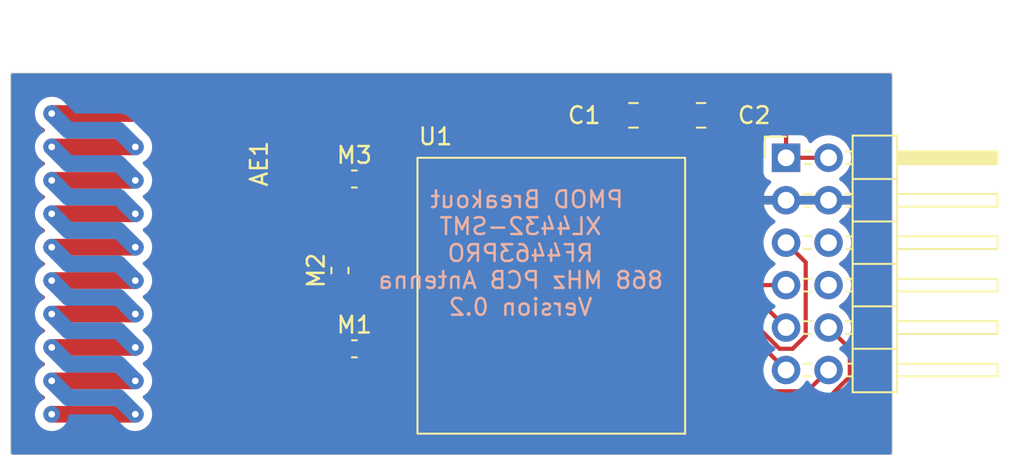
<source format=kicad_pcb>
(kicad_pcb (version 20221018) (generator pcbnew)
  (layers (0 "F.Cu" signal) (31 "B.Cu" signal) (34 "B.Paste" user) (35 "F.Paste" user) (36 "B.SilkS" user "B.Silkscreen") (37 "F.SilkS" user "F.Silkscreen") (38 "B.Mask" user) (39 "F.Mask" user) (44 "Edge.Cuts" user))
  (net 0 "")
  (net 1 "GND")
  (net 2 "nRESET")
  (net 3 "nCS")
  (net 4 "SCK")
  (net 5 "MOSI")
  (net 6 "MISO")
  (net 7 "VCC")
  (net 8 "Net-(AE1-A)")
  (net 11 "Net-(U1-ANT)")
  (net 13 "IRQ")
  (footprint "Connector_PinHeader_2.54mm:PinHeader_2x06_P2.54mm_Horizontal" (layer "F.Cu") (at 149.86 43.18)
    (fp_text reference "J1" hide)
    (fp_text value "Conn_02x06_Odd_Even")
    (fp_line (start -1.27 -1.27) (end 0 -1.27) (stroke (width 0.12)) (layer "F.SilkS"))
    (fp_line (start -1.27 0) (end -1.27 -1.27) (stroke (width 0.12)) (layer "F.SilkS"))
    (fp_line (start 1.042929 2.16) (end 1.497071 2.16) (stroke (width 0.12)) (layer "F.SilkS"))
    (fp_line (start 1.042929 2.92) (end 1.497071 2.92) (stroke (width 0.12)) (layer "F.SilkS"))
    (fp_line (start 1.042929 4.7) (end 1.497071 4.7) (stroke (width 0.12)) (layer "F.SilkS"))
    (fp_line (start 1.042929 5.46) (end 1.497071 5.46) (stroke (width 0.12)) (layer "F.SilkS"))
    (fp_line (start 1.042929 7.24) (end 1.497071 7.24) (stroke (width 0.12)) (layer "F.SilkS"))
    (fp_line (start 1.042929 8) (end 1.497071 8) (stroke (width 0.12)) (layer "F.SilkS"))
    (fp_line (start 1.042929 9.78) (end 1.497071 9.78) (stroke (width 0.12)) (layer "F.SilkS"))
    (fp_line (start 1.042929 10.54) (end 1.497071 10.54) (stroke (width 0.12)) (layer "F.SilkS"))
    (fp_line (start 1.042929 12.32) (end 1.497071 12.32) (stroke (width 0.12)) (layer "F.SilkS"))
    (fp_line (start 1.042929 13.08) (end 1.497071 13.08) (stroke (width 0.12)) (layer "F.SilkS"))
    (fp_line (start 1.11 -0.38) (end 1.497071 -0.38) (stroke (width 0.12)) (layer "F.SilkS"))
    (fp_line (start 1.11 0.38) (end 1.497071 0.38) (stroke (width 0.12)) (layer "F.SilkS"))
    (fp_line (start 3.582929 -0.38) (end 3.98 -0.38) (stroke (width 0.12)) (layer "F.SilkS"))
    (fp_line (start 3.582929 0.38) (end 3.98 0.38) (stroke (width 0.12)) (layer "F.SilkS"))
    (fp_line (start 3.582929 2.16) (end 3.98 2.16) (stroke (width 0.12)) (layer "F.SilkS"))
    (fp_line (start 3.582929 2.92) (end 3.98 2.92) (stroke (width 0.12)) (layer "F.SilkS"))
    (fp_line (start 3.582929 4.7) (end 3.98 4.7) (stroke (width 0.12)) (layer "F.SilkS"))
    (fp_line (start 3.582929 5.46) (end 3.98 5.46) (stroke (width 0.12)) (layer "F.SilkS"))
    (fp_line (start 3.582929 7.24) (end 3.98 7.24) (stroke (width 0.12)) (layer "F.SilkS"))
    (fp_line (start 3.582929 8) (end 3.98 8) (stroke (width 0.12)) (layer "F.SilkS"))
    (fp_line (start 3.582929 9.78) (end 3.98 9.78) (stroke (width 0.12)) (layer "F.SilkS"))
    (fp_line (start 3.582929 10.54) (end 3.98 10.54) (stroke (width 0.12)) (layer "F.SilkS"))
    (fp_line (start 3.582929 12.32) (end 3.98 12.32) (stroke (width 0.12)) (layer "F.SilkS"))
    (fp_line (start 3.582929 13.08) (end 3.98 13.08) (stroke (width 0.12)) (layer "F.SilkS"))
    (fp_line (start 3.98 -1.33) (end 3.98 14.03) (stroke (width 0.12)) (layer "F.SilkS"))
    (fp_line (start 3.98 1.27) (end 6.64 1.27) (stroke (width 0.12)) (layer "F.SilkS"))
    (fp_line (start 3.98 3.81) (end 6.64 3.81) (stroke (width 0.12)) (layer "F.SilkS"))
    (fp_line (start 3.98 6.35) (end 6.64 6.35) (stroke (width 0.12)) (layer "F.SilkS"))
    (fp_line (start 3.98 8.89) (end 6.64 8.89) (stroke (width 0.12)) (layer "F.SilkS"))
    (fp_line (start 3.98 11.43) (end 6.64 11.43) (stroke (width 0.12)) (layer "F.SilkS"))
    (fp_line (start 3.98 14.03) (end 6.64 14.03) (stroke (width 0.12)) (layer "F.SilkS"))
    (fp_line (start 6.64 -1.33) (end 3.98 -1.33) (stroke (width 0.12)) (layer "F.SilkS"))
    (fp_line (start 6.64 -0.38) (end 12.64 -0.38) (stroke (width 0.12)) (layer "F.SilkS"))
    (fp_line (start 6.64 -0.32) (end 12.64 -0.32) (stroke (width 0.12)) (layer "F.SilkS"))
    (fp_line (start 6.64 -0.2) (end 12.64 -0.2) (stroke (width 0.12)) (layer "F.SilkS"))
    (fp_line (start 6.64 -0.08) (end 12.64 -0.08) (stroke (width 0.12)) (layer "F.SilkS"))
    (fp_line (start 6.64 0.04) (end 12.64 0.04) (stroke (width 0.12)) (layer "F.SilkS"))
    (fp_line (start 6.64 0.16) (end 12.64 0.16) (stroke (width 0.12)) (layer "F.SilkS"))
    (fp_line (start 6.64 0.28) (end 12.64 0.28) (stroke (width 0.12)) (layer "F.SilkS"))
    (fp_line (start 6.64 2.16) (end 12.64 2.16) (stroke (width 0.12)) (layer "F.SilkS"))
    (fp_line (start 6.64 4.7) (end 12.64 4.7) (stroke (width 0.12)) (layer "F.SilkS"))
    (fp_line (start 6.64 7.24) (end 12.64 7.24) (stroke (width 0.12)) (layer "F.SilkS"))
    (fp_line (start 6.64 9.78) (end 12.64 9.78) (stroke (width 0.12)) (layer "F.SilkS"))
    (fp_line (start 6.64 12.32) (end 12.64 12.32) (stroke (width 0.12)) (layer "F.SilkS"))
    (fp_line (start 6.64 14.03) (end 6.64 -1.33) (stroke (width 0.12)) (layer "F.SilkS"))
    (fp_line (start 12.64 -0.38) (end 12.64 0.38) (stroke (width 0.12)) (layer "F.SilkS"))
    (fp_line (start 12.64 0.38) (end 6.64 0.38) (stroke (width 0.12)) (layer "F.SilkS"))
    (fp_line (start 12.64 2.16) (end 12.64 2.92) (stroke (width 0.12)) (layer "F.SilkS"))
    (fp_line (start 12.64 2.92) (end 6.64 2.92) (stroke (width 0.12)) (layer "F.SilkS"))
    (fp_line (start 12.64 4.7) (end 12.64 5.46) (stroke (width 0.12)) (layer "F.SilkS"))
    (fp_line (start 12.64 5.46) (end 6.64 5.46) (stroke (width 0.12)) (layer "F.SilkS"))
    (fp_line (start 12.64 7.24) (end 12.64 8) (stroke (width 0.12)) (layer "F.SilkS"))
    (fp_line (start 12.64 8) (end 6.64 8) (stroke (width 0.12)) (layer "F.SilkS"))
    (fp_line (start 12.64 9.78) (end 12.64 10.54) (stroke (width 0.12)) (layer "F.SilkS"))
    (fp_line (start 12.64 10.54) (end 6.64 10.54) (stroke (width 0.12)) (layer "F.SilkS"))
    (fp_line (start 12.64 12.32) (end 12.64 13.08) (stroke (width 0.12)) (layer "F.SilkS"))
    (fp_line (start 12.64 13.08) (end 6.64 13.08) (stroke (width 0.12)) (layer "F.SilkS"))
    (pad "1" thru_hole rect (at 0 0) (size 1.7 1.7) (drill 1) (layers "*.Cu" "*.Mask") (net 7 "VCC"))
    (pad "2" thru_hole oval (at 2.54 0) (size 1.7 1.7) (drill 1) (layers "*.Cu" "*.Mask") (net 7 "VCC"))
    (pad "3" thru_hole oval (at 0 2.54) (size 1.7 1.7) (drill 1) (layers "*.Cu" "*.Mask") (net 1 "GND"))
    (pad "4" thru_hole oval (at 2.54 2.54) (size 1.7 1.7) (drill 1) (layers "*.Cu" "*.Mask") (net 1 "GND"))
    (pad "5" thru_hole oval (at 0 5.08) (size 1.7 1.7) (drill 1) (layers "*.Cu" "*.Mask") (net 4 "SCK"))
    (pad "6" thru_hole oval (at 2.54 5.08) (size 1.7 1.7) (drill 1) (layers "*.Cu" "*.Mask"))
    (pad "7" thru_hole oval (at 0 7.62) (size 1.7 1.7) (drill 1) (layers "*.Cu" "*.Mask") (net 6 "MISO"))
    (pad "8" thru_hole oval (at 2.54 7.62) (size 1.7 1.7) (drill 1) (layers "*.Cu" "*.Mask"))
    (pad "9" thru_hole oval (at 0 10.16) (size 1.7 1.7) (drill 1) (layers "*.Cu" "*.Mask") (net 5 "MOSI"))
    (pad "10" thru_hole oval (at 2.54 10.16) (size 1.7 1.7) (drill 1) (layers "*.Cu" "*.Mask") (net 2 "nRESET"))
    (pad "11" thru_hole oval (at 0 12.7) (size 1.7 1.7) (drill 1) (layers "*.Cu" "*.Mask") (net 3 "nCS"))
    (pad "12" thru_hole oval (at 2.54 12.7) (size 1.7 1.7) (drill 1) (layers "*.Cu" "*.Mask") (net 13 "IRQ"))
  )
  (footprint "AvS_Modules:AS4432-SMD" (layer "F.Cu") (at 135.89 52.07 180)
    (fp_text reference "U1" (at 6.985 10.16 unlocked) (layer "F.SilkS"))
    (fp_text value "AS4432-SMD")
    (fp_rect (start -7.9365 -7.62) (end 8.0635 8.89) (stroke (width 0.12)) (fill none) (layer "F.SilkS"))
    (pad "1" smd roundrect (at -7.9365 7.62 180) (size 2 1) (layers "F.Cu" "F.Paste" "F.Mask") (net 1 "GND"))
    (pad "2" smd roundrect (at -7.9365 6.35 180) (size 2 1) (layers "F.Cu" "F.Paste" "F.Mask"))
    (pad "3" smd roundrect (at -7.9365 5.08 180) (size 2 1) (layers "F.Cu" "F.Paste" "F.Mask"))
    (pad "4" smd roundrect (at -7.9365 3.81 180) (size 2 1) (layers "F.Cu" "F.Paste" "F.Mask"))
    (pad "5" smd roundrect (at -7.9365 2.54 180) (size 2 1) (layers "F.Cu" "F.Paste" "F.Mask") (net 7 "VCC"))
    (pad "6" smd roundrect (at -7.9365 1.27 180) (size 2 1) (layers "F.Cu" "F.Paste" "F.Mask") (net 6 "MISO"))
    (pad "7" smd roundrect (at -7.9365 0 180) (size 2 1) (layers "F.Cu" "F.Paste" "F.Mask") (net 5 "MOSI"))
    (pad "8" smd roundrect (at -7.9365 -1.27 180) (size 2 1) (layers "F.Cu" "F.Paste" "F.Mask") (net 4 "SCK"))
    (pad "9" smd roundrect (at -7.9365 -2.54 180) (size 2 1) (layers "F.Cu" "F.Paste" "F.Mask") (net 3 "nCS"))
    (pad "10" smd roundrect (at -7.9365 -3.81 180) (size 2 1) (layers "F.Cu" "F.Paste" "F.Mask") (net 13 "IRQ"))
    (pad "11" smd roundrect (at -7.9365 -5.08 180) (size 2 1) (layers "F.Cu" "F.Paste" "F.Mask") (net 2 "nRESET"))
    (pad "12" smd roundrect (at -7.9365 -6.35 180) (size 2 1) (layers "F.Cu" "F.Paste" "F.Mask") (net 1 "GND"))
    (pad "13" smd roundrect (at 8.0635 -6.35 180) (size 2 1) (layers "F.Cu" "F.Paste" "F.Mask") (net 11 "Net-(U1-ANT)"))
    (pad "14" smd roundrect (at 8.0635 -5.08 180) (size 2 1) (layers "F.Cu" "F.Paste" "F.Mask") (net 1 "GND"))
  )
  (footprint "Capacitor_SMD:C_0603_1608Metric_Pad1.08x0.95mm_HandSolder" (layer "F.Cu") (at 124.0525 54.61)
    (fp_text reference "M1" (at 0 -1.43) (layer "F.SilkS"))
    (fp_text value "C_Small")
    (fp_line (start -0.146267 -0.51) (end 0.146267 -0.51) (stroke (width 0.12)) (layer "F.SilkS"))
    (fp_line (start -0.146267 0.51) (end 0.146267 0.51) (stroke (width 0.12)) (layer "F.SilkS"))
    (pad "1" smd roundrect (at -0.8625 0) (size 1.075 0.95) (layers "F.Cu" "F.Paste" "F.Mask") (net 11 "Net-(U1-ANT)"))
    (pad "2" smd roundrect (at 0.8625 0) (size 1.075 0.95) (layers "F.Cu" "F.Paste" "F.Mask") (net 1 "GND"))
  )
  (footprint "Capacitor_SMD:C_0805_2012Metric_Pad1.18x1.45mm_HandSolder" (layer "F.Cu") (at 140.7375 40.64 180)
    (fp_text reference "C1" (at 2.9425 0) (layer "F.SilkS"))
    (fp_text value "C_Small")
    (fp_line (start -0.261252 -0.735) (end 0.261252 -0.735) (stroke (width 0.12)) (layer "F.SilkS"))
    (fp_line (start -0.261252 0.735) (end 0.261252 0.735) (stroke (width 0.12)) (layer "F.SilkS"))
    (pad "1" smd roundrect (at -1.0375 0 180) (size 1.175 1.45) (layers "F.Cu" "F.Paste" "F.Mask") (roundrect_rratio 0.2127659574) (net 7 "VCC"))
    (pad "2" smd roundrect (at 1.0375 0 180) (size 1.175 1.45) (layers "F.Cu" "F.Paste" "F.Mask") (roundrect_rratio 0.2127659574) (net 1 "GND"))
  )
  (footprint "Inductor_SMD:L_0603_1608Metric_Pad1.05x0.95mm_HandSolder" (layer "F.Cu") (at 123.19 49.925 90)
    (fp_text reference "M2" (at 0 -1.43 90) (layer "F.SilkS"))
    (fp_text value "L_Small")
    (fp_line (start -0.171267 -0.51) (end 0.171267 -0.51) (stroke (width 0.12)) (layer "F.SilkS"))
    (fp_line (start -0.171267 0.51) (end 0.171267 0.51) (stroke (width 0.12)) (layer "F.SilkS"))
    (pad "1" smd roundrect (at -0.875 0 90) (size 1.05 0.95) (layers "F.Cu" "F.Paste" "F.Mask") (net 11 "Net-(U1-ANT)"))
    (pad "2" smd roundrect (at 0.875 0 90) (size 1.05 0.95) (layers "F.Cu" "F.Paste" "F.Mask") (net 8 "Net-(AE1-A)"))
  )
  (footprint "Capacitor_SMD:C_0603_1608Metric_Pad1.08x0.95mm_HandSolder" (layer "F.Cu") (at 124.0525 44.45)
    (fp_text reference "M3" (at 0 -1.43) (layer "F.SilkS"))
    (fp_text value "C_Small")
    (fp_line (start -0.146267 -0.51) (end 0.146267 -0.51) (stroke (width 0.12)) (layer "F.SilkS"))
    (fp_line (start -0.146267 0.51) (end 0.146267 0.51) (stroke (width 0.12)) (layer "F.SilkS"))
    (pad "1" smd roundrect (at -0.8625 0) (size 1.075 0.95) (layers "F.Cu" "F.Paste" "F.Mask") (net 8 "Net-(AE1-A)"))
    (pad "2" smd roundrect (at 0.8625 0) (size 1.075 0.95) (layers "F.Cu" "F.Paste" "F.Mask") (net 1 "GND"))
  )
  (footprint "AvS_Antenna:Texas_SWRA416_868MHz_915MHz_Right" (layer "F.Cu") (at 111.76 49.53 90)
    (fp_text reference "AE1" (at 6 6.6 90) (layer "F.SilkS"))
    (fp_text value "Antenna")
    (fp_line (start -9 -5.8) (end -9 -0.8) (stroke (width 1)) (layer "F.Cu"))
    (fp_line (start -7 -5.8) (end -7 -0.8) (stroke (width 1)) (layer "F.Cu"))
    (fp_line (start -5 -5.8) (end -5 -0.8) (stroke (width 1)) (layer "F.Cu"))
    (fp_line (start -3 -5.8) (end -3 -0.8) (stroke (width 1)) (layer "F.Cu"))
    (fp_line (start -1 -5.8) (end -1 -0.8) (stroke (width 1)) (layer "F.Cu"))
    (fp_line (start 1 -5.8) (end 1 -0.8) (stroke (width 1)) (layer "F.Cu"))
    (fp_line (start 3 -5.8) (end 3 -0.8) (stroke (width 1)) (layer "F.Cu"))
    (fp_line (start 5 -5.8) (end 5 -0.8) (stroke (width 1)) (layer "F.Cu"))
    (fp_line (start 7 -5.8) (end 7 -0.8) (stroke (width 1)) (layer "F.Cu"))
    (fp_line (start 9 5.2) (end 9 -5.8) (stroke (width 1)) (layer "F.Cu"))
    (fp_line (start -8 -4.8) (end -8 -1.8) (stroke (width 1)) (layer "B.Cu"))
    (fp_line (start -8 -1.8) (end -9 -0.8) (stroke (width 1)) (layer "B.Cu"))
    (fp_line (start -7 -5.8) (end -8 -4.8) (stroke (width 1)) (layer "B.Cu"))
    (fp_line (start -6 -4.8) (end -6 -1.8) (stroke (width 1)) (layer "B.Cu"))
    (fp_line (start -6 -1.8) (end -7 -0.8) (stroke (width 1)) (layer "B.Cu"))
    (fp_line (start -5 -5.8) (end -6 -4.8) (stroke (width 1)) (layer "B.Cu"))
    (fp_line (start -4 -4.8) (end -4 -1.8) (stroke (width 1)) (layer "B.Cu"))
    (fp_line (start -4 -1.8) (end -5 -0.8) (stroke (width 1)) (layer "B.Cu"))
    (fp_line (start -3 -5.8) (end -4 -4.8) (stroke (width 1)) (layer "B.Cu"))
    (fp_line (start -2 -4.8) (end -2 -1.8) (stroke (width 1)) (layer "B.Cu"))
    (fp_line (start -2 -1.8) (end -3 -0.8) (stroke (width 1)) (layer "B.Cu"))
    (fp_line (start -1 -5.8) (end -2 -4.8) (stroke (width 1)) (layer "B.Cu"))
    (fp_line (start 0 -4.8) (end 0 -1.8) (stroke (width 1)) (layer "B.Cu"))
    (fp_line (start 0 -1.8) (end -1 -0.8) (stroke (width 1)) (layer "B.Cu"))
    (fp_line (start 1 -5.8) (end 0 -4.8) (stroke (width 1)) (layer "B.Cu"))
    (fp_line (start 2 -4.8) (end 2 -1.8) (stroke (width 1)) (layer "B.Cu"))
    (fp_line (start 2 -1.8) (end 1 -0.8) (stroke (width 1)) (layer "B.Cu"))
    (fp_line (start 3 -5.8) (end 2 -4.8) (stroke (width 1)) (layer "B.Cu"))
    (fp_line (start 4 -4.8) (end 4 -1.8) (stroke (width 1)) (layer "B.Cu"))
    (fp_line (start 4 -1.8) (end 3 -0.8) (stroke (width 1)) (layer "B.Cu"))
    (fp_line (start 5 -5.8) (end 4 -4.8) (stroke (width 1)) (layer "B.Cu"))
    (fp_line (start 6 -4.8) (end 6 -1.8) (stroke (width 1)) (layer "B.Cu"))
    (fp_line (start 6 -1.8) (end 5 -0.8) (stroke (width 1)) (layer "B.Cu"))
    (fp_line (start 7 -5.8) (end 6 -4.8) (stroke (width 1)) (layer "B.Cu"))
    (fp_line (start 8 -4.8) (end 8 -1.8) (stroke (width 1)) (layer "B.Cu"))
    (fp_line (start 8 -1.8) (end 7 -0.8) (stroke (width 1)) (layer "B.Cu"))
    (fp_line (start 9 -5.8) (end 8 -4.8) (stroke (width 1)) (layer "B.Cu"))
    (pad "" thru_hole circle (at -9 -5.8 270) (size 1 1) (drill 0.4) (layers "*.Cu"))
    (pad "" thru_hole circle (at -9 -0.8 270) (size 1 1) (drill 0.4) (layers "*.Cu"))
    (pad "" thru_hole circle (at -7 -5.8 270) (size 1 1) (drill 0.4) (layers "*.Cu"))
    (pad "" thru_hole circle (at -7 -0.8 270) (size 1 1) (drill 0.4) (layers "*.Cu"))
    (pad "" thru_hole circle (at -5 -5.8 270) (size 1 1) (drill 0.4) (layers "*.Cu"))
    (pad "" thru_hole circle (at -5 -0.8 270) (size 1 1) (drill 0.4) (layers "*.Cu"))
    (pad "" thru_hole circle (at -3 -5.8 270) (size 1 1) (drill 0.4) (layers "*.Cu"))
    (pad "" thru_hole circle (at -3 -0.8 270) (size 1 1) (drill 0.4) (layers "*.Cu"))
    (pad "" thru_hole circle (at -1 -5.8 270) (size 1 1) (drill 0.4) (layers "*.Cu"))
    (pad "" thru_hole circle (at -1 -0.8 270) (size 1 1) (drill 0.4) (layers "*.Cu"))
    (pad "" thru_hole circle (at 1 -5.8 270) (size 1 1) (drill 0.4) (layers "*.Cu"))
    (pad "" thru_hole circle (at 1 -0.8 270) (size 1 1) (drill 0.4) (layers "*.Cu"))
    (pad "" thru_hole circle (at 3 -5.8 270) (size 1 1) (drill 0.4) (layers "*.Cu"))
    (pad "" thru_hole circle (at 3 -0.8 270) (size 1 1) (drill 0.4) (layers "*.Cu"))
    (pad "" thru_hole circle (at 5 -5.8 270) (size 1 1) (drill 0.4) (layers "*.Cu"))
    (pad "" thru_hole circle (at 5 -0.8 270) (size 1 1) (drill 0.4) (layers "*.Cu"))
    (pad "" thru_hole circle (at 7 -5.8 270) (size 1 1) (drill 0.4) (layers "*.Cu"))
    (pad "" thru_hole circle (at 7 -0.8 270) (size 1 1) (drill 0.4) (layers "*.Cu"))
    (pad "" thru_hole circle (at 9 -5.8 270) (size 1 1) (drill 0.4) (layers "*.Cu"))
    (pad "1" smd trapezoid (at 9 5.9 270) (size 0.4 0.8) (rect_delta 0 0.3) (layers "F.Cu") (net 8 "Net-(AE1-A)"))
    (zone (net 0) (net_name "") (layer "F.Cu") (connect_pads (clearance 0)) (min_thickness 0.254)
      (keepout (tracks allowed) (vias allowed) (pads allowed) (copperpour not_allowed) (footprints not_allowed))
      (fill (thermal_gap 0.508) (thermal_bridge_width 0.508))
      (polygon (pts (xy 106.06 59.23) (xy 106.06 39.83) (xy 118.26 39.83) (xy 118.26 59.23)))
    )
  )
  (footprint "Capacitor_SMD:C_0805_2012Metric_Pad1.18x1.45mm_HandSolder" (layer "F.Cu") (at 144.78 40.64)
    (fp_text reference "C2" (at 3.175 0) (layer "F.SilkS"))
    (fp_text value "C_Small")
    (fp_line (start -0.261252 -0.735) (end 0.261252 -0.735) (stroke (width 0.12)) (layer "F.SilkS"))
    (fp_line (start -0.261252 0.735) (end 0.261252 0.735) (stroke (width 0.12)) (layer "F.SilkS"))
    (pad "1" smd roundrect (at -1.0375 0) (size 1.175 1.45) (layers "F.Cu" "F.Paste" "F.Mask") (roundrect_rratio 0.2127659574) (net 7 "VCC"))
    (pad "2" smd roundrect (at 1.0375 0) (size 1.175 1.45) (layers "F.Cu" "F.Paste" "F.Mask") (roundrect_rratio 0.2127659574) (net 1 "GND"))
  )
  (gr_rect (start 103.505 38.1) (end 156.21 60.96) (stroke (width 0.05)) (fill none) (layer "Edge.Cuts"))
  (gr_text "PMOD Breakout \nXL4432-SMT\nRF4463PRO\n868 MHz PCB Antenna\nVersion 0.2" (at 133.985 48.895) (layer "B.SilkS") (effects (font (size 1 1)) (justify mirror)))
  (segment (start 143.8265 57.15) (end 147.953604 57.15) (width 0.25) (layer "F.Cu") (net 2))
  (segment (start 152.341701 57.6) (end 153.23085 56.71085) (width 0.25) (layer "F.Cu") (net 2))
  (segment (start 152.791701 57.15) (end 153.67 56.271701) (width 0.25) (layer "F.Cu") (net 2))
  (segment (start 153.67 54.61) (end 152.4 53.34) (width 0.25) (layer "F.Cu") (net 2))
  (segment (start 153.67 56.271701) (end 153.67 54.61) (width 0.25) (layer "F.Cu") (net 2))
  (segment (start 147.953604 57.15) (end 148.403604 57.6) (width 0.25) (layer "F.Cu") (net 2))
  (segment (start 148.403604 57.6) (end 152.341701 57.6) (width 0.25) (layer "F.Cu") (net 2))
  (segment (start 148.59 54.61) (end 143.8265 54.61) (width 0.25) (layer "F.Cu") (net 3))
  (segment (start 149.86 55.88) (end 148.59 54.61) (width 0.25) (layer "F.Cu") (net 3))
  (segment (start 149.468299 54.61) (end 150.251701 54.61) (width 0.25) (layer "F.Cu") (net 4))
  (segment (start 150.251701 54.61) (end 151.035 53.826701) (width 0.25) (layer "F.Cu") (net 4))
  (segment (start 151.035 53.826701) (end 151.035 49.435) (width 0.25) (layer "F.Cu") (net 4))
  (segment (start 143.8265 53.34) (end 148.198299 53.34) (width 0.25) (layer "F.Cu") (net 4))
  (segment (start 151.035 49.435) (end 149.86 48.26) (width 0.25) (layer "F.Cu") (net 4))
  (segment (start 148.198299 53.34) (end 149.468299 54.61) (width 0.25) (layer "F.Cu") (net 4))
  (segment (start 143.8265 52.07) (end 148.59 52.07) (width 0.25) (layer "F.Cu") (net 5))
  (segment (start 148.59 52.07) (end 149.86 53.34) (width 0.25) (layer "F.Cu") (net 5))
  (segment (start 143.8265 50.8) (end 149.86 50.8) (width 0.25) (layer "F.Cu") (net 6))
  (segment (start 143.283327 49.53) (end 141.775 48.021673) (width 0.25) (layer "F.Cu") (net 7))
  (segment (start 143.7425 40.4075) (end 144.78 39.37) (width 0.25) (layer "F.Cu") (net 7))
  (segment (start 141.775 40.64) (end 143.7425 40.64) (width 0.25) (layer "F.Cu") (net 7))
  (segment (start 141.775 48.021673) (end 141.775 40.64) (width 0.25) (layer "F.Cu") (net 7))
  (segment (start 147.32 39.37) (end 149.86 41.91) (width 0.25) (layer "F.Cu") (net 7))
  (segment (start 149.86 43.18) (end 152.4 43.18) (width 0.25) (layer "F.Cu") (net 7))
  (segment (start 144.78 39.37) (end 147.32 39.37) (width 0.25) (layer "F.Cu") (net 7))
  (segment (start 143.7425 40.64) (end 143.7425 40.4075) (width 0.25) (layer "F.Cu") (net 7))
  (segment (start 143.8265 49.53) (end 143.283327 49.53) (width 0.25) (layer "F.Cu") (net 7))
  (segment (start 149.86 41.91) (end 149.86 43.18) (width 0.25) (layer "F.Cu") (net 7))
  (segment (start 123.19 49.05) (end 123.19 44.45) (width 0.35) (layer "F.Cu") (net 8))
  (segment (start 117 40.53) (end 121.81 40.53) (width 0.35) (layer "F.Cu") (net 8))
  (segment (start 123.19 41.91) (end 123.19 44.45) (width 0.35) (layer "F.Cu") (net 8))
  (segment (start 121.81 40.53) (end 123.19 41.91) (width 0.35) (layer "F.Cu") (net 8))
  (segment (start 127.8265 58.42) (end 124.46 58.42) (width 0.35) (layer "F.Cu") (net 11))
  (segment (start 123.19 54.61) (end 123.19 50.8) (width 0.35) (layer "F.Cu") (net 11))
  (segment (start 124.46 58.42) (end 123.19 57.15) (width 0.35) (layer "F.Cu") (net 11))
  (segment (start 123.19 57.15) (end 123.19 54.61) (width 0.35) (layer "F.Cu") (net 11))
  (segment (start 147.32 55.88) (end 143.8265 55.88) (width 0.25) (layer "F.Cu") (net 13))
  (segment (start 152.4 55.88) (end 151.13 57.15) (width 0.25) (layer "F.Cu") (net 13))
  (segment (start 148.59 57.15) (end 147.32 55.88) (width 0.25) (layer "F.Cu") (net 13))
  (segment (start 151.13 57.15) (end 148.59 57.15) (width 0.25) (layer "F.Cu") (net 13))
  (zone (net 1) (net_name "GND") (layers "F&B.Cu") (connect_pads (clearance 0.5)) (min_thickness 0.254) (fill yes (thermal_gap 0.508) (thermal_bridge_width 0.508))
    (polygon (pts (xy 157.48 60.96) (xy 102.87 60.96) (xy 102.87 38.1) (xy 157.48 38.1)))
  )
)
</source>
